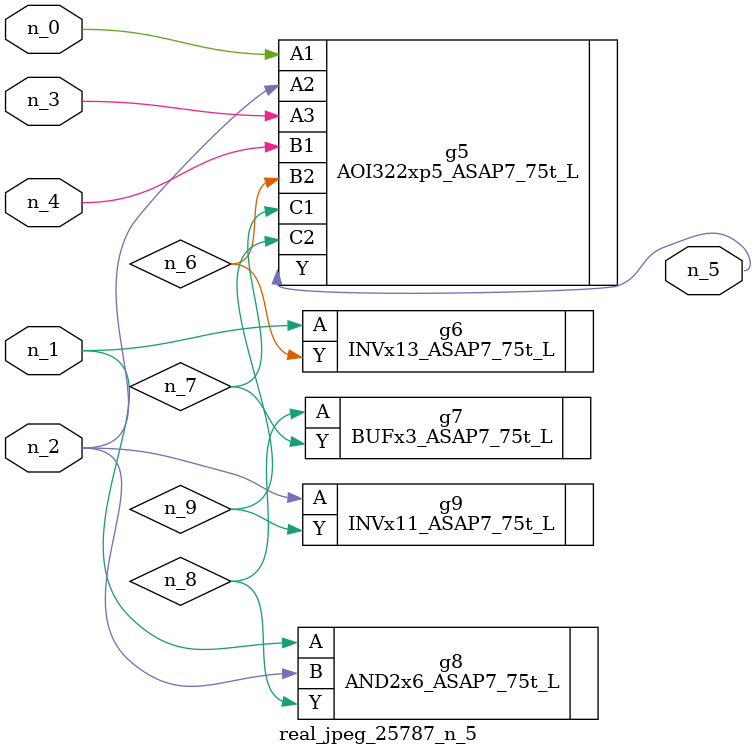
<source format=v>
module real_jpeg_25787_n_5 (n_4, n_0, n_1, n_2, n_3, n_5);

input n_4;
input n_0;
input n_1;
input n_2;
input n_3;

output n_5;

wire n_8;
wire n_6;
wire n_7;
wire n_9;

AOI322xp5_ASAP7_75t_L g5 ( 
.A1(n_0),
.A2(n_2),
.A3(n_3),
.B1(n_4),
.B2(n_6),
.C1(n_7),
.C2(n_9),
.Y(n_5)
);

INVx13_ASAP7_75t_L g6 ( 
.A(n_1),
.Y(n_6)
);

AND2x6_ASAP7_75t_L g8 ( 
.A(n_1),
.B(n_2),
.Y(n_8)
);

INVx11_ASAP7_75t_L g9 ( 
.A(n_2),
.Y(n_9)
);

BUFx3_ASAP7_75t_L g7 ( 
.A(n_8),
.Y(n_7)
);


endmodule
</source>
